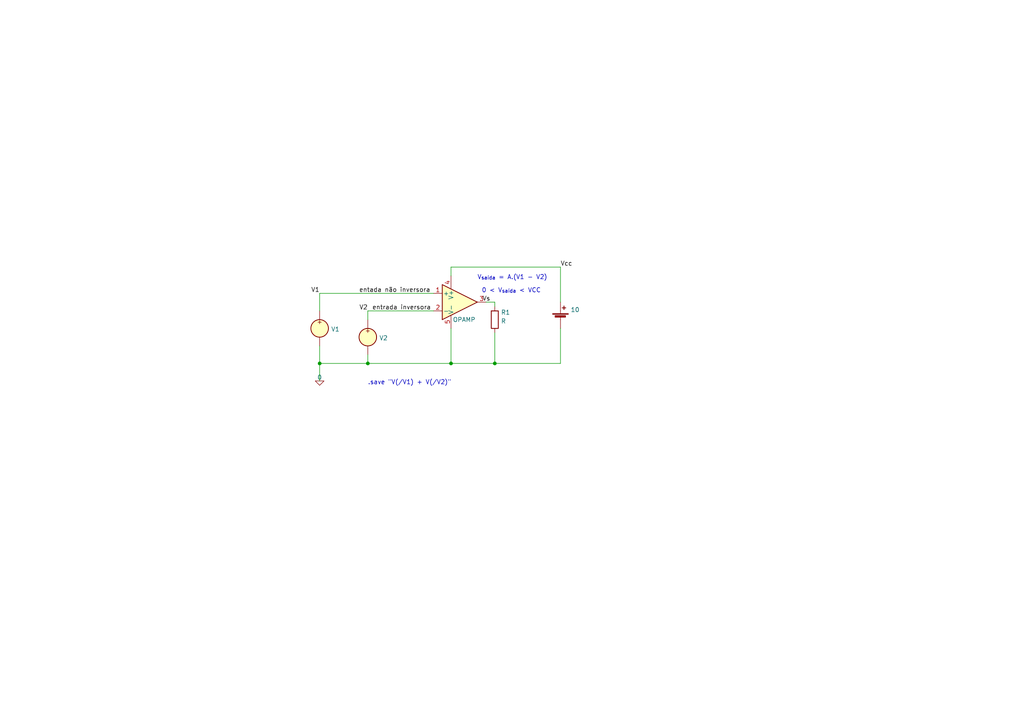
<source format=kicad_sch>
(kicad_sch (version 20211123) (generator eeschema)
  (paper "A4")
  (lib_symbols
    (symbol "Device:Battery_Cell" (pin_numbers hide) (pin_names (offset 0) hide)
      (property "Reference" "BT" (at 2.54 2.54 0))
      (property "Value" "Battery_Cell" (at 2.54 0 0))
      (symbol "Battery_Cell_0_1"
        (rectangle (start -2.286 1.778) (end 2.286 1.524) (fill (type outline)))
        (rectangle (start -1.5748 1.1938) (end 1.4732 0.6858) (fill (type outline)))
        (polyline (pts (xy 0 0.762) (xy 0 0)))
        (polyline (pts (xy 0 1.778) (xy 0 2.54)))
        (polyline (pts (xy 0.508 3.429) (xy 1.524 3.429)) (stroke (width 0.254)))
        (polyline (pts (xy 1.016 3.937) (xy 1.016 2.921)) (stroke (width 0.254)))
      )
      (symbol "Battery_Cell_1_1"
        (pin passive line (at 0 5.08 270) (length 2.54) (name "+") (number "1"))
        (pin passive line (at 0 -2.54 90) (length 2.54) (name "-") (number "2"))
      )
    )
    (symbol "Device:R" (pin_numbers hide) (pin_names (offset 0))
      (property "Reference" "R" (at 2.032 0 90))
      (property "Value" "R" (at 0 0 90))
      (symbol "R_0_1"
        (rectangle (start -1.016 -2.54) (end 1.016 2.54) (stroke (width 0.254)))
      )
      (symbol "R_1_1"
        (pin passive line (at 0 3.81 270) (length 1.27) (name "~") (number "1"))
        (pin passive line (at 0 -3.81 90) (length 1.27) (name "~") (number "2"))
      )
    )
    (symbol "Personalizados:VGEN" (pin_numbers hide) (pin_names (offset 0.0254))
      (property "Reference" "V" (at 2.54 2.54 0))
      (property "Value" "VGEN" (at 2.54 0 0))
      (symbol "VGEN_0_0"
        (text "+" (at 0 1.905 0) (effects (font (size 1.27 1.27))))
      )
      (symbol "VGEN_0_1"
        (circle (center 0 0) (radius 2.54) (stroke (width 0.254)) (fill (type background)))
      )
      (symbol "VGEN_1_1"
        (pin passive line (at 0 5.08 270) (length 2.54) (name "~") (number "1"))
        (pin passive line (at 0 -5.08 90) (length 2.54) (name "~") (number "2"))
      )
    )
    (symbol "pspice:0" (power) (pin_names (offset 0))
      (property "Value" "0" (at 0 -1.778 0))
      (symbol "0_0_1"
        (polyline (pts (xy -1.27 0) (xy 0 -1.27) (xy 1.27 0) (xy -1.27 0)))
      )
      (symbol "0_1_1"
        (pin power_in line (at 0 0 0) (length 0) hide (name "0") (number "1"))
      )
    )
    (symbol "pspice:OPAMP" (pin_names (offset 0.254))
      (property "Reference" "U" (at 3.81 3.175 0))
      (property "Value" "OPAMP" (at 3.81 -3.175 0))
      (symbol "OPAMP_0_1"
        (polyline (pts (xy 5.08 0) (xy -5.08 5.08) (xy -5.08 -5.08) (xy 5.08 0)) (stroke (width 0.254)) (fill (type background)))
      )
      (symbol "OPAMP_1_1"
        (pin input line (at -7.62 2.54 0) (length 2.54) (name "+") (number "1"))
        (pin input line (at -7.62 -2.54 0) (length 2.54) (name "-") (number "2"))
        (pin output line (at 7.62 0 180) (length 2.54) (name "~") (number "3"))
        (pin power_in line (at -2.54 7.62 270) (length 3.81) (name "V+") (number "4"))
        (pin power_in line (at -2.54 -7.62 90) (length 3.81) (name "V-") (number "5"))
      )
    )
  )
  (junction (at 130.81 105.41))
  (junction (at 143.51 105.41))
  (junction (at 106.68 105.41))
  (junction (at 92.71 105.41))
  (wire (pts (xy 106.68 102.87) (xy 106.68 105.41)))
  (wire (pts (xy 106.68 90.17) (xy 106.68 92.71)))
  (wire (pts (xy 130.81 80.01) (xy 130.81 77.47)))
  (wire (pts (xy 92.71 105.41) (xy 92.71 110.49)))
  (wire (pts (xy 162.56 95.25) (xy 162.56 105.41)))
  (wire (pts (xy 92.71 105.41) (xy 92.71 100.33)))
  (wire (pts (xy 140.97 87.63) (xy 143.51 87.63)))
  (wire (pts (xy 143.51 105.41) (xy 162.56 105.41)))
  (wire (pts (xy 125.73 90.17) (xy 106.68 90.17)))
  (wire (pts (xy 162.56 77.47) (xy 162.56 87.63)))
  (wire (pts (xy 130.81 95.25) (xy 130.81 105.41)))
  (wire (pts (xy 106.68 105.41) (xy 92.71 105.41)))
  (wire (pts (xy 92.71 90.17) (xy 92.71 85.09)))
  (wire (pts (xy 130.81 105.41) (xy 143.51 105.41)))
  (wire (pts (xy 143.51 96.52) (xy 143.51 105.41)))
  (wire (pts (xy 130.81 105.41) (xy 106.68 105.41)))
  (wire (pts (xy 92.71 85.09) (xy 125.73 85.09)))
  (wire (pts (xy 143.51 87.63) (xy 143.51 88.9)))
  (wire (pts (xy 130.81 77.47) (xy 162.56 77.47)))
  (text ".save \"V(/V1) + V(/V2)\"" (at 106.68 111.76 0) (effects (font (size 1.27 1.27)) (justify left bottom)))
  (text "V_{saída} = A.(V1 - V2)" (at 138.43 81.28 0) (effects (font (size 1.27 1.27)) (justify left bottom)))
  (text "0 < V_{saída} < VCC" (at 139.7 85.09 0) (effects (font (size 1.27 1.27)) (justify left bottom)))
  (label "V1" (at 92.71 85.09 180))
  (label "V2" (at 106.68 90.17 180))
  (label "entada não inversora" (at 104.14 85.09 0))
  (label "Vs" (at 142.24 87.63 180))
  (label "Vcc" (at 162.56 77.47 0))
  (label "entrada inversora" (at 107.95 90.17 0))
  (symbol (lib_id "Personalizados:VGEN") (at 106.68 97.79 0) (unit 1)
    (property "Reference" "V2" (at 109.982 98.034 0) (effects (justify left)))
    (property "Value" "VGEN" (effects hide))
    (property "Spice_Primitive" "V" (effects hide))
    (property "Spice_Model" "dc 5" (at 101.6 102.87 0) (effects (justify left)))
    (property "Spice_Netlist_Enabled" "Y" (effects hide))
  )
  (symbol (lib_id "pspice:OPAMP") (at 133.35 87.63 0) (unit 1)
    (property "Reference" "U1" (effects hide))
    (property "Value" "OPAMP" (at 134.62 92.71 0))
    (property "Spice_Primitive" "X" (effects hide))
    (property "Spice_Model" "LM324N" (effects hide))
    (property "Spice_Netlist_Enabled" "Y" (effects hide))
    (property "Spice_Lib_File" "/home/mpt/Documentos/Projetos/kicad-libraries/kicad-spice-library/Models/uncategorized/spice_complete/NATBJT.LIB" (effects hide))
    (property "Spice_Node_Sequence" "1 2 4 5 3" (effects hide))
  )
  (symbol (lib_id "Device:Battery_Cell") (at 162.56 92.71 0) (unit 1)
    (property "Reference" "BT1" (effects hide))
    (property "Value" "VCC" (at 165.481 89.8433 0) (effects (justify left)))
    (property "Spice_Primitive" "V" (effects hide))
    (property "Spice_Model" "dc 10" (at 165.481 92.3802 0) (effects (justify left)))
    (property "Spice_Netlist_Enabled" "Y" (effects hide))
  )
  (symbol (lib_id "Device:R") (at 143.51 92.71 0) (unit 1)
    (property "Reference" "R1" (at 145.288 90.6069 0) (effects (justify left)))
    (property "Value" "R" (at 145.288 93.1438 0) (effects (justify left)))
    (property "Spice_Primitive" "R" (effects hide))
    (property "Spice_Model" "10k" (at 145.288 95.6807 0) (effects (justify left)))
    (property "Spice_Netlist_Enabled" "Y" (effects hide))
  )
  (symbol (lib_id "pspice:0") (at 92.71 110.49 0) (unit 1)
    (property "Reference" "#GND?" (effects hide))
    (property "Value" "0" (at 92.71 109.4542 0))
  )
  (symbol (lib_id "Personalizados:VGEN") (at 92.71 95.25 0) (unit 1)
    (property "Reference" "V1" (at 96.012 95.494 0) (effects (justify left)))
    (property "Value" "VGEN" (effects hide))
    (property "Spice_Primitive" "V" (effects hide))
    (property "Spice_Model" "dc 5" (at 87.63 100.33 0) (effects (justify left)))
    (property "Spice_Netlist_Enabled" "Y" (effects hide))
  )
)
</source>
